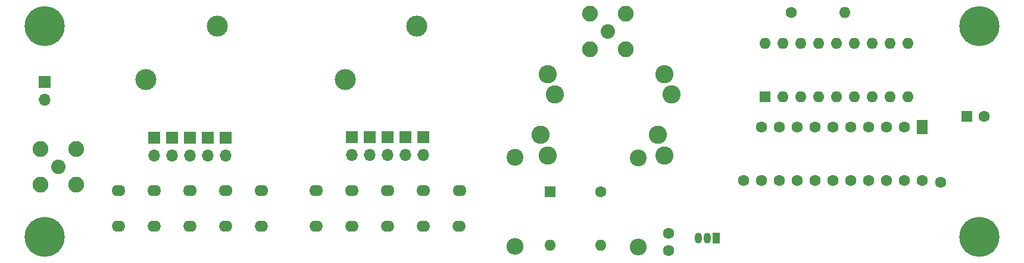
<source format=gbr>
%TF.GenerationSoftware,KiCad,Pcbnew,(6.0.7)*%
%TF.CreationDate,2022-09-09T12:51:11-07:00*%
%TF.ProjectId,12AQ5_lpf_rfout,31324151-355f-46c7-9066-5f72666f7574,rev?*%
%TF.SameCoordinates,Original*%
%TF.FileFunction,Soldermask,Bot*%
%TF.FilePolarity,Negative*%
%FSLAX46Y46*%
G04 Gerber Fmt 4.6, Leading zero omitted, Abs format (unit mm)*
G04 Created by KiCad (PCBNEW (6.0.7)) date 2022-09-09 12:51:11*
%MOMM*%
%LPD*%
G01*
G04 APERTURE LIST*
%ADD10O,1.955800X1.562000*%
%ADD11O,1.905000X1.562000*%
%ADD12R,1.700000X1.700000*%
%ADD13O,1.700000X1.700000*%
%ADD14R,1.050000X1.500000*%
%ADD15O,1.050000X1.500000*%
%ADD16R,1.600000X1.600000*%
%ADD17C,1.600000*%
%ADD18O,1.600000X1.600000*%
%ADD19C,2.600000*%
%ADD20C,3.000000*%
%ADD21C,3.600000*%
%ADD22C,5.700000*%
%ADD23C,2.050000*%
%ADD24C,2.250000*%
%ADD25R,1.600000X2.032000*%
%ADD26C,2.400000*%
%ADD27O,2.400000X2.400000*%
G04 APERTURE END LIST*
D10*
%TO.C,C2*%
X106865500Y-103374200D03*
D11*
X106840100Y-108454200D03*
%TD*%
D10*
%TO.C,C3*%
X111945500Y-103374200D03*
D11*
X111920100Y-108454200D03*
%TD*%
D12*
%TO.C,J9*%
X142630000Y-95800000D03*
D13*
X142630000Y-98340000D03*
%TD*%
D14*
%TO.C,U1*%
X191890000Y-110150000D03*
D15*
X190620000Y-110150000D03*
X189350000Y-110150000D03*
%TD*%
D16*
%TO.C,C13*%
X227494888Y-92800000D03*
D17*
X229994888Y-92800000D03*
%TD*%
D10*
%TO.C,C10*%
X150262700Y-103391000D03*
D11*
X150237300Y-108471000D03*
%TD*%
D12*
%TO.C,J6*%
X119560000Y-95850000D03*
D13*
X119560000Y-98390000D03*
%TD*%
D12*
%TO.C,J5*%
X117020000Y-95850000D03*
D13*
X117020000Y-98390000D03*
%TD*%
D12*
%TO.C,J7*%
X122100000Y-95850000D03*
D13*
X122100000Y-98390000D03*
%TD*%
D17*
%TO.C,R4*%
X202550000Y-78050000D03*
D18*
X210170000Y-78050000D03*
%TD*%
D19*
%TO.C,T1*%
X167950000Y-86800000D03*
X167915200Y-98400000D03*
X168950000Y-89740000D03*
X166950000Y-95460000D03*
%TD*%
D10*
%TO.C,C11*%
X155368200Y-103399900D03*
D11*
X155342800Y-108479900D03*
%TD*%
D17*
%TO.C,R3*%
X175500000Y-103590000D03*
D18*
X175500000Y-111210000D03*
%TD*%
D10*
%TO.C,C7*%
X135022700Y-103391000D03*
D11*
X134997300Y-108471000D03*
%TD*%
D12*
%TO.C,J2*%
X96400000Y-87950000D03*
D13*
X96400000Y-90490000D03*
%TD*%
D17*
%TO.C,J15*%
X223790000Y-102200000D03*
%TD*%
D16*
%TO.C,D1*%
X168250000Y-103590000D03*
D18*
X168250000Y-111210000D03*
%TD*%
D17*
%TO.C,J14*%
X195740000Y-102000000D03*
%TD*%
D19*
%TO.C,T2*%
X184515200Y-98400000D03*
X184550000Y-86800000D03*
X183550000Y-95460000D03*
X185550000Y-89740000D03*
%TD*%
D16*
%TO.C,U2*%
X198800000Y-90050000D03*
D18*
X201340000Y-90050000D03*
X203880000Y-90050000D03*
X206420000Y-90050000D03*
X208960000Y-90050000D03*
X211500000Y-90050000D03*
X214040000Y-90050000D03*
X216580000Y-90050000D03*
X219120000Y-90050000D03*
X219120000Y-82430000D03*
X216580000Y-82430000D03*
X214040000Y-82430000D03*
X211500000Y-82430000D03*
X208960000Y-82430000D03*
X206420000Y-82430000D03*
X203880000Y-82430000D03*
X201340000Y-82430000D03*
X198800000Y-82430000D03*
%TD*%
D20*
%TO.C,L1*%
X110770000Y-87605000D03*
X120930000Y-79985000D03*
%TD*%
D10*
%TO.C,C8*%
X140102700Y-103391000D03*
D11*
X140077300Y-108471000D03*
%TD*%
D10*
%TO.C,C4*%
X117032700Y-103391000D03*
D11*
X117007300Y-108471000D03*
%TD*%
D21*
%TO.C,H3*%
X229350000Y-110000000D03*
D22*
X229350000Y-110000000D03*
%TD*%
%TO.C,H2*%
X96350000Y-110000000D03*
D21*
X96350000Y-110000000D03*
%TD*%
D20*
%TO.C,L2*%
X139170000Y-87605000D03*
X149330000Y-79985000D03*
%TD*%
D12*
%TO.C,J8*%
X140090000Y-95800000D03*
D13*
X140090000Y-98340000D03*
%TD*%
D12*
%TO.C,J4*%
X114480000Y-95850000D03*
D13*
X114480000Y-98390000D03*
%TD*%
D23*
%TO.C,J13*%
X176500000Y-80750000D03*
D24*
X179040000Y-83290000D03*
X173960000Y-78210000D03*
X179040000Y-78210000D03*
X173960000Y-83290000D03*
%TD*%
D10*
%TO.C,C5*%
X122112700Y-103381000D03*
D11*
X122087300Y-108461000D03*
%TD*%
D12*
%TO.C,J12*%
X150250000Y-95800000D03*
D13*
X150250000Y-98340000D03*
%TD*%
D25*
%TO.C,BAR1*%
X221172500Y-94397500D03*
D17*
X218632500Y-94397500D03*
X216092500Y-94397500D03*
X213552500Y-94397500D03*
X211012500Y-94397500D03*
X208472500Y-94397500D03*
X205932500Y-94397500D03*
X203392500Y-94397500D03*
X200852500Y-94397500D03*
X198312500Y-94397500D03*
X198312500Y-102017500D03*
X200852500Y-102017500D03*
X203392500Y-102017500D03*
X205932500Y-102017500D03*
X208472500Y-102017500D03*
X211012500Y-102017500D03*
X213552500Y-102017500D03*
X216092500Y-102017500D03*
X218632500Y-102017500D03*
X221172500Y-102017500D03*
%TD*%
D26*
%TO.C,R2*%
X163250000Y-98650000D03*
D27*
X163250000Y-111350000D03*
%TD*%
D23*
%TO.C,J1*%
X98300000Y-100000000D03*
D24*
X95760000Y-102540000D03*
X100840000Y-97460000D03*
X100840000Y-102540000D03*
X95760000Y-97460000D03*
%TD*%
D10*
%TO.C,C9*%
X145182700Y-103399900D03*
D11*
X145157300Y-108479900D03*
%TD*%
D12*
%TO.C,J10*%
X145170000Y-95800000D03*
D13*
X145170000Y-98340000D03*
%TD*%
D12*
%TO.C,J3*%
X111940000Y-95850000D03*
D13*
X111940000Y-98390000D03*
%TD*%
D22*
%TO.C,H1*%
X96350000Y-80000000D03*
D21*
X96350000Y-80000000D03*
%TD*%
D26*
%TO.C,R1*%
X180800000Y-98800000D03*
D27*
X180800000Y-111500000D03*
%TD*%
D10*
%TO.C,C6*%
X127192700Y-103381000D03*
D11*
X127167300Y-108461000D03*
%TD*%
D17*
%TO.C,C1*%
X185150000Y-109500000D03*
X185150000Y-112000000D03*
%TD*%
D12*
%TO.C,J11*%
X147710000Y-95800000D03*
D13*
X147710000Y-98340000D03*
%TD*%
D22*
%TO.C,H4*%
X229350000Y-80000000D03*
D21*
X229350000Y-80000000D03*
%TD*%
M02*

</source>
